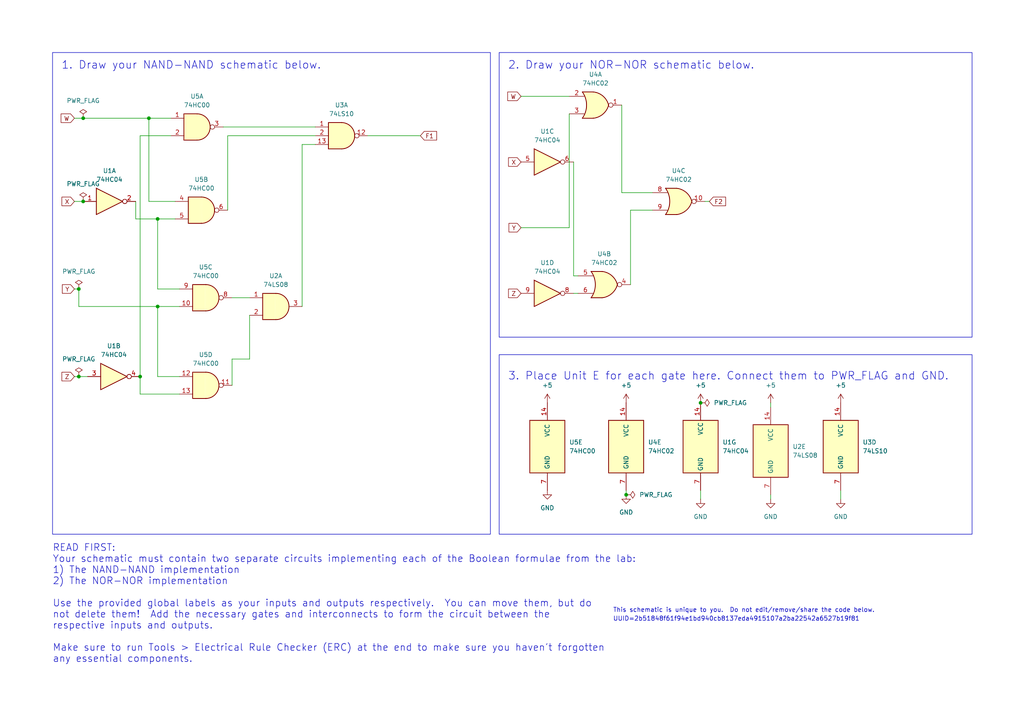
<source format=kicad_sch>
(kicad_sch (version 20250114) (generator "eeschema") (generator_version "9.0")
  (paper "A4")
  (title_block (title "ECE 270 Boolean Algebra Lab Schematic") (date "2024-01-20") (rev "Version 1"))
  (lib_symbols
    (symbol "74xx:74HC00" (pin_names (offset 1.016))
      (property "Reference" "U" (at 0 1.27 0))
      (property "Value" "74HC00" (at 0 -1.27 0))
      (symbol "74HC00_1_1"
        (arc (start 0 3.81) (mid 3.7934 0) (end 0 -3.81) (stroke (width 0.254)) (fill (type background)))
        (polyline (pts (xy 0 3.81) (xy -3.81 3.81) (xy -3.81 -3.81) (xy 0 -3.81)) (stroke (width 0.254)) (fill (type background)))
        (pin input line (at -7.62 2.54 0) (length 3.81) (name "~") (number "1"))
        (pin input line (at -7.62 -2.54 0) (length 3.81) (name "~") (number "2"))
        (pin output inverted (at 7.62 0 180) (length 3.81) (name "~") (number "3"))
      )
      (symbol "74HC00_1_2"
        (arc (start -3.81 3.81) (mid -2.589 0) (end -3.81 -3.81) (stroke (width 0.254)))
        (polyline (pts (xy -3.81 3.81) (xy -0.635 3.81)) (stroke (width 0.254)) (fill (type background)))
        (polyline (pts (xy -3.81 -3.81) (xy -0.635 -3.81)) (stroke (width 0.254)) (fill (type background)))
        (arc (start 3.81 0) (mid 2.1855 -2.584) (end -0.6096 -3.81) (stroke (width 0.254)) (fill (type background)))
        (arc (start -0.6096 3.81) (mid 2.1928 2.5924) (end 3.81 0) (stroke (width 0.254)) (fill (type background)))
        (polyline (pts (xy -0.635 3.81) (xy -3.81 3.81) (xy -3.81 3.81) (xy -3.556 3.4036) (xy -3.0226 2.2606) (xy -2.6924 1.0414) (xy -2.6162 -0.254) (xy -2.7686 -1.4986) (xy -3.175 -2.7178) (xy -3.81 -3.81) (xy -3.81 -3.81) (xy -0.635 -3.81)) (stroke (width -25.4)) (fill (type background)))
        (pin input inverted (at -7.62 2.54 0) (length 4.318) (name "~") (number "1"))
        (pin input inverted (at -7.62 -2.54 0) (length 4.318) (name "~") (number "2"))
        (pin output line (at 7.62 0 180) (length 3.81) (name "~") (number "3"))
      )
      (symbol "74HC00_2_1"
        (arc (start 0 3.81) (mid 3.7934 0) (end 0 -3.81) (stroke (width 0.254)) (fill (type background)))
        (polyline (pts (xy 0 3.81) (xy -3.81 3.81) (xy -3.81 -3.81) (xy 0 -3.81)) (stroke (width 0.254)) (fill (type background)))
        (pin input line (at -7.62 2.54 0) (length 3.81) (name "~") (number "4"))
        (pin input line (at -7.62 -2.54 0) (length 3.81) (name "~") (number "5"))
        (pin output inverted (at 7.62 0 180) (length 3.81) (name "~") (number "6"))
      )
      (symbol "74HC00_2_2"
        (arc (start -3.81 3.81) (mid -2.589 0) (end -3.81 -3.81) (stroke (width 0.254)))
        (polyline (pts (xy -3.81 3.81) (xy -0.635 3.81)) (stroke (width 0.254)) (fill (type background)))
        (polyline (pts (xy -3.81 -3.81) (xy -0.635 -3.81)) (stroke (width 0.254)) (fill (type background)))
        (arc (start 3.81 0) (mid 2.1855 -2.584) (end -0.6096 -3.81) (stroke (width 0.254)) (fill (type background)))
        (arc (start -0.6096 3.81) (mid 2.1928 2.5924) (end 3.81 0) (stroke (width 0.254)) (fill (type background)))
        (polyline (pts (xy -0.635 3.81) (xy -3.81 3.81) (xy -3.81 3.81) (xy -3.556 3.4036) (xy -3.0226 2.2606) (xy -2.6924 1.0414) (xy -2.6162 -0.254) (xy -2.7686 -1.4986) (xy -3.175 -2.7178) (xy -3.81 -3.81) (xy -3.81 -3.81) (xy -0.635 -3.81)) (stroke (width -25.4)) (fill (type background)))
        (pin input inverted (at -7.62 2.54 0) (length 4.318) (name "~") (number "4"))
        (pin input inverted (at -7.62 -2.54 0) (length 4.318) (name "~") (number "5"))
        (pin output line (at 7.62 0 180) (length 3.81) (name "~") (number "6"))
      )
      (symbol "74HC00_3_1"
        (arc (start 0 3.81) (mid 3.7934 0) (end 0 -3.81) (stroke (width 0.254)) (fill (type background)))
        (polyline (pts (xy 0 3.81) (xy -3.81 3.81) (xy -3.81 -3.81) (xy 0 -3.81)) (stroke (width 0.254)) (fill (type background)))
        (pin input line (at -7.62 2.54 0) (length 3.81) (name "~") (number "9"))
        (pin input line (at -7.62 -2.54 0) (length 3.81) (name "~") (number "10"))
        (pin output inverted (at 7.62 0 180) (length 3.81) (name "~") (number "8"))
      )
      (symbol "74HC00_3_2"
        (arc (start -3.81 3.81) (mid -2.589 0) (end -3.81 -3.81) (stroke (width 0.254)))
        (polyline (pts (xy -3.81 3.81) (xy -0.635 3.81)) (stroke (width 0.254)) (fill (type background)))
        (polyline (pts (xy -3.81 -3.81) (xy -0.635 -3.81)) (stroke (width 0.254)) (fill (type background)))
        (arc (start 3.81 0) (mid 2.1855 -2.584) (end -0.6096 -3.81) (stroke (width 0.254)) (fill (type background)))
        (arc (start -0.6096 3.81) (mid 2.1928 2.5924) (end 3.81 0) (stroke (width 0.254)) (fill (type background)))
        (polyline (pts (xy -0.635 3.81) (xy -3.81 3.81) (xy -3.81 3.81) (xy -3.556 3.4036) (xy -3.0226 2.2606) (xy -2.6924 1.0414) (xy -2.6162 -0.254) (xy -2.7686 -1.4986) (xy -3.175 -2.7178) (xy -3.81 -3.81) (xy -3.81 -3.81) (xy -0.635 -3.81)) (stroke (width -25.4)) (fill (type background)))
        (pin input inverted (at -7.62 2.54 0) (length 4.318) (name "~") (number "9"))
        (pin input inverted (at -7.62 -2.54 0) (length 4.318) (name "~") (number "10"))
        (pin output line (at 7.62 0 180) (length 3.81) (name "~") (number "8"))
      )
      (symbol "74HC00_4_1"
        (arc (start 0 3.81) (mid 3.7934 0) (end 0 -3.81) (stroke (width 0.254)) (fill (type background)))
        (polyline (pts (xy 0 3.81) (xy -3.81 3.81) (xy -3.81 -3.81) (xy 0 -3.81)) (stroke (width 0.254)) (fill (type background)))
        (pin input line (at -7.62 2.54 0) (length 3.81) (name "~") (number "12"))
        (pin input line (at -7.62 -2.54 0) (length 3.81) (name "~") (number "13"))
        (pin output inverted (at 7.62 0 180) (length 3.81) (name "~") (number "11"))
      )
      (symbol "74HC00_4_2"
        (arc (start -3.81 3.81) (mid -2.589 0) (end -3.81 -3.81) (stroke (width 0.254)))
        (polyline (pts (xy -3.81 3.81) (xy -0.635 3.81)) (stroke (width 0.254)) (fill (type background)))
        (polyline (pts (xy -3.81 -3.81) (xy -0.635 -3.81)) (stroke (width 0.254)) (fill (type background)))
        (arc (start 3.81 0) (mid 2.1855 -2.584) (end -0.6096 -3.81) (stroke (width 0.254)) (fill (type background)))
        (arc (start -0.6096 3.81) (mid 2.1928 2.5924) (end 3.81 0) (stroke (width 0.254)) (fill (type background)))
        (polyline (pts (xy -0.635 3.81) (xy -3.81 3.81) (xy -3.81 3.81) (xy -3.556 3.4036) (xy -3.0226 2.2606) (xy -2.6924 1.0414) (xy -2.6162 -0.254) (xy -2.7686 -1.4986) (xy -3.175 -2.7178) (xy -3.81 -3.81) (xy -3.81 -3.81) (xy -0.635 -3.81)) (stroke (width -25.4)) (fill (type background)))
        (pin input inverted (at -7.62 2.54 0) (length 4.318) (name "~") (number "12"))
        (pin input inverted (at -7.62 -2.54 0) (length 4.318) (name "~") (number "13"))
        (pin output line (at 7.62 0 180) (length 3.81) (name "~") (number "11"))
      )
      (symbol "74HC00_5_0"
        (pin power_in line (at 0 12.7 270) (length 5.08) (name "VCC") (number "14"))
        (pin power_in line (at 0 -12.7 90) (length 5.08) (name "GND") (number "7"))
      )
      (symbol "74HC00_5_1"
        (rectangle (start -5.08 7.62) (end 5.08 -7.62) (stroke (width 0.254)) (fill (type background)))
      )
    )
    (symbol "74xx:74HC02" (pin_names (offset 1.016))
      (property "Reference" "U" (at 0 1.27 0))
      (property "Value" "74HC02" (at 0 -1.27 0))
      (symbol "74HC02_1_1"
        (arc (start -3.81 3.81) (mid -2.589 0) (end -3.81 -3.81) (stroke (width 0.254)))
        (polyline (pts (xy -3.81 3.81) (xy -0.635 3.81)) (stroke (width 0.254)) (fill (type background)))
        (polyline (pts (xy -3.81 -3.81) (xy -0.635 -3.81)) (stroke (width 0.254)) (fill (type background)))
        (arc (start 3.81 0) (mid 2.1855 -2.584) (end -0.6096 -3.81) (stroke (width 0.254)) (fill (type background)))
        (arc (start -0.6096 3.81) (mid 2.1928 2.5924) (end 3.81 0) (stroke (width 0.254)) (fill (type background)))
        (polyline (pts (xy -0.635 3.81) (xy -3.81 3.81) (xy -3.81 3.81) (xy -3.556 3.4036) (xy -3.0226 2.2606) (xy -2.6924 1.0414) (xy -2.6162 -0.254) (xy -2.7686 -1.4986) (xy -3.175 -2.7178) (xy -3.81 -3.81) (xy -3.81 -3.81) (xy -0.635 -3.81)) (stroke (width -25.4)) (fill (type background)))
        (pin input line (at -7.62 2.54 0) (length 4.318) (name "~") (number "2"))
        (pin input line (at -7.62 -2.54 0) (length 4.318) (name "~") (number "3"))
        (pin output inverted (at 7.62 0 180) (length 3.81) (name "~") (number "1"))
      )
      (symbol "74HC02_1_2"
        (arc (start 0 3.81) (mid 3.7934 0) (end 0 -3.81) (stroke (width 0.254)) (fill (type background)))
        (polyline (pts (xy 0 3.81) (xy -3.81 3.81) (xy -3.81 -3.81) (xy 0 -3.81)) (stroke (width 0.254)) (fill (type background)))
        (pin input inverted (at -7.62 2.54 0) (length 3.81) (name "~") (number "2"))
        (pin input inverted (at -7.62 -2.54 0) (length 3.81) (name "~") (number "3"))
        (pin output line (at 7.62 0 180) (length 3.81) (name "~") (number "1"))
      )
      (symbol "74HC02_2_1"
        (arc (start -3.81 3.81) (mid -2.589 0) (end -3.81 -3.81) (stroke (width 0.254)))
        (polyline (pts (xy -3.81 3.81) (xy -0.635 3.81)) (stroke (width 0.254)) (fill (type background)))
        (polyline (pts (xy -3.81 -3.81) (xy -0.635 -3.81)) (stroke (width 0.254)) (fill (type background)))
        (arc (start 3.81 0) (mid 2.1855 -2.584) (end -0.6096 -3.81) (stroke (width 0.254)) (fill (type background)))
        (arc (start -0.6096 3.81) (mid 2.1928 2.5924) (end 3.81 0) (stroke (width 0.254)) (fill (type background)))
        (polyline (pts (xy -0.635 3.81) (xy -3.81 3.81) (xy -3.81 3.81) (xy -3.556 3.4036) (xy -3.0226 2.2606) (xy -2.6924 1.0414) (xy -2.6162 -0.254) (xy -2.7686 -1.4986) (xy -3.175 -2.7178) (xy -3.81 -3.81) (xy -3.81 -3.81) (xy -0.635 -3.81)) (stroke (width -25.4)) (fill (type background)))
        (pin input line (at -7.62 2.54 0) (length 4.318) (name "~") (number "5"))
        (pin input line (at -7.62 -2.54 0) (length 4.318) (name "~") (number "6"))
        (pin output inverted (at 7.62 0 180) (length 3.81) (name "~") (number "4"))
      )
      (symbol "74HC02_2_2"
        (arc (start 0 3.81) (mid 3.7934 0) (end 0 -3.81) (stroke (width 0.254)) (fill (type background)))
        (polyline (pts (xy 0 3.81) (xy -3.81 3.81) (xy -3.81 -3.81) (xy 0 -3.81)) (stroke (width 0.254)) (fill (type background)))
        (pin input inverted (at -7.62 2.54 0) (length 3.81) (name "~") (number "5"))
        (pin input inverted (at -7.62 -2.54 0) (length 3.81) (name "~") (number "6"))
        (pin output line (at 7.62 0 180) (length 3.81) (name "~") (number "4"))
      )
      (symbol "74HC02_3_1"
        (arc (start -3.81 3.81) (mid -2.589 0) (end -3.81 -3.81) (stroke (width 0.254)))
        (polyline (pts (xy -3.81 3.81) (xy -0.635 3.81)) (stroke (width 0.254)) (fill (type background)))
        (polyline (pts (xy -3.81 -3.81) (xy -0.635 -3.81)) (stroke (width 0.254)) (fill (type background)))
        (arc (start 3.81 0) (mid 2.1855 -2.584) (end -0.6096 -3.81) (stroke (width 0.254)) (fill (type background)))
        (arc (start -0.6096 3.81) (mid 2.1928 2.5924) (end 3.81 0) (stroke (width 0.254)) (fill (type background)))
        (polyline (pts (xy -0.635 3.81) (xy -3.81 3.81) (xy -3.81 3.81) (xy -3.556 3.4036) (xy -3.0226 2.2606) (xy -2.6924 1.0414) (xy -2.6162 -0.254) (xy -2.7686 -1.4986) (xy -3.175 -2.7178) (xy -3.81 -3.81) (xy -3.81 -3.81) (xy -0.635 -3.81)) (stroke (width -25.4)) (fill (type background)))
        (pin input line (at -7.62 2.54 0) (length 4.318) (name "~") (number "8"))
        (pin input line (at -7.62 -2.54 0) (length 4.318) (name "~") (number "9"))
        (pin output inverted (at 7.62 0 180) (length 3.81) (name "~") (number "10"))
      )
      (symbol "74HC02_3_2"
        (arc (start 0 3.81) (mid 3.7934 0) (end 0 -3.81) (stroke (width 0.254)) (fill (type background)))
        (polyline (pts (xy 0 3.81) (xy -3.81 3.81) (xy -3.81 -3.81) (xy 0 -3.81)) (stroke (width 0.254)) (fill (type background)))
        (pin input inverted (at -7.62 2.54 0) (length 3.81) (name "~") (number "8"))
        (pin input inverted (at -7.62 -2.54 0) (length 3.81) (name "~") (number "9"))
        (pin output line (at 7.62 0 180) (length 3.81) (name "~") (number "10"))
      )
      (symbol "74HC02_4_1"
        (arc (start -3.81 3.81) (mid -2.589 0) (end -3.81 -3.81) (stroke (width 0.254)))
        (polyline (pts (xy -3.81 3.81) (xy -0.635 3.81)) (stroke (width 0.254)) (fill (type background)))
        (polyline (pts (xy -3.81 -3.81) (xy -0.635 -3.81)) (stroke (width 0.254)) (fill (type background)))
        (arc (start 3.81 0) (mid 2.1855 -2.584) (end -0.6096 -3.81) (stroke (width 0.254)) (fill (type background)))
        (arc (start -0.6096 3.81) (mid 2.1928 2.5924) (end 3.81 0) (stroke (width 0.254)) (fill (type background)))
        (polyline (pts (xy -0.635 3.81) (xy -3.81 3.81) (xy -3.81 3.81) (xy -3.556 3.4036) (xy -3.0226 2.2606) (xy -2.6924 1.0414) (xy -2.6162 -0.254) (xy -2.7686 -1.4986) (xy -3.175 -2.7178) (xy -3.81 -3.81) (xy -3.81 -3.81) (xy -0.635 -3.81)) (stroke (width -25.4)) (fill (type background)))
        (pin input line (at -7.62 2.54 0) (length 4.318) (name "~") (number "11"))
        (pin input line (at -7.62 -2.54 0) (length 4.318) (name "~") (number "12"))
        (pin output inverted (at 7.62 0 180) (length 3.81) (name "~") (number "13"))
      )
      (symbol "74HC02_4_2"
        (arc (start 0 3.81) (mid 3.7934 0) (end 0 -3.81) (stroke (width 0.254)) (fill (type background)))
        (polyline (pts (xy 0 3.81) (xy -3.81 3.81) (xy -3.81 -3.81) (xy 0 -3.81)) (stroke (width 0.254)) (fill (type background)))
        (pin input inverted (at -7.62 2.54 0) (length 3.81) (name "~") (number "11"))
        (pin input inverted (at -7.62 -2.54 0) (length 3.81) (name "~") (number "12"))
        (pin output line (at 7.62 0 180) (length 3.81) (name "~") (number "13"))
      )
      (symbol "74HC02_5_0"
        (pin power_in line (at 0 12.7 270) (length 5.08) (name "VCC") (number "14"))
        (pin power_in line (at 0 -12.7 90) (length 5.08) (name "GND") (number "7"))
      )
      (symbol "74HC02_5_1"
        (rectangle (start -5.08 7.62) (end 5.08 -7.62) (stroke (width 0.254)) (fill (type background)))
      )
    )
    (symbol "74xx:74HC04"
      (property "Reference" "U" (at 0 1.27 0))
      (property "Value" "74HC04" (at 0 -1.27 0))
      (symbol "74HC04_1_0"
        (polyline (pts (xy -3.81 3.81) (xy -3.81 -3.81) (xy 3.81 0) (xy -3.81 3.81)) (stroke (width 0.254)) (fill (type background)))
        (pin input line (at -7.62 0 0) (length 3.81) (name "~") (number "1"))
        (pin output inverted (at 7.62 0 180) (length 3.81) (name "~") (number "2"))
      )
      (symbol "74HC04_2_0"
        (polyline (pts (xy -3.81 3.81) (xy -3.81 -3.81) (xy 3.81 0) (xy -3.81 3.81)) (stroke (width 0.254)) (fill (type background)))
        (pin input line (at -7.62 0 0) (length 3.81) (name "~") (number "3"))
        (pin output inverted (at 7.62 0 180) (length 3.81) (name "~") (number "4"))
      )
      (symbol "74HC04_3_0"
        (polyline (pts (xy -3.81 3.81) (xy -3.81 -3.81) (xy 3.81 0) (xy -3.81 3.81)) (stroke (width 0.254)) (fill (type background)))
        (pin input line (at -7.62 0 0) (length 3.81) (name "~") (number "5"))
        (pin output inverted (at 7.62 0 180) (length 3.81) (name "~") (number "6"))
      )
      (symbol "74HC04_4_0"
        (polyline (pts (xy -3.81 3.81) (xy -3.81 -3.81) (xy 3.81 0) (xy -3.81 3.81)) (stroke (width 0.254)) (fill (type background)))
        (pin input line (at -7.62 0 0) (length 3.81) (name "~") (number "9"))
        (pin output inverted (at 7.62 0 180) (length 3.81) (name "~") (number "8"))
      )
      (symbol "74HC04_5_0"
        (polyline (pts (xy -3.81 3.81) (xy -3.81 -3.81) (xy 3.81 0) (xy -3.81 3.81)) (stroke (width 0.254)) (fill (type background)))
        (pin input line (at -7.62 0 0) (length 3.81) (name "~") (number "11"))
        (pin output inverted (at 7.62 0 180) (length 3.81) (name "~") (number "10"))
      )
      (symbol "74HC04_6_0"
        (polyline (pts (xy -3.81 3.81) (xy -3.81 -3.81) (xy 3.81 0) (xy -3.81 3.81)) (stroke (width 0.254)) (fill (type background)))
        (pin input line (at -7.62 0 0) (length 3.81) (name "~") (number "13"))
        (pin output inverted (at 7.62 0 180) (length 3.81) (name "~") (number "12"))
      )
      (symbol "74HC04_7_0"
        (pin power_in line (at 0 12.7 270) (length 5.08) (name "VCC") (number "14"))
        (pin power_in line (at 0 -12.7 90) (length 5.08) (name "GND") (number "7"))
      )
      (symbol "74HC04_7_1"
        (rectangle (start -5.08 7.62) (end 5.08 -7.62) (stroke (width 0.254)) (fill (type background)))
      )
    )
    (symbol "74xx:74LS08" (pin_names (offset 1.016))
      (property "Reference" "U" (at 0 1.27 0))
      (property "Value" "74LS08" (at 0 -1.27 0))
      (symbol "74LS08_1_1"
        (arc (start 0 3.81) (mid 3.7934 0) (end 0 -3.81) (stroke (width 0.254)) (fill (type background)))
        (polyline (pts (xy 0 3.81) (xy -3.81 3.81) (xy -3.81 -3.81) (xy 0 -3.81)) (stroke (width 0.254)) (fill (type background)))
        (pin input line (at -7.62 2.54 0) (length 3.81) (name "~") (number "1"))
        (pin input line (at -7.62 -2.54 0) (length 3.81) (name "~") (number "2"))
        (pin output line (at 7.62 0 180) (length 3.81) (name "~") (number "3"))
      )
      (symbol "74LS08_1_2"
        (arc (start -3.81 3.81) (mid -2.589 0) (end -3.81 -3.81) (stroke (width 0.254)))
        (polyline (pts (xy -3.81 3.81) (xy -0.635 3.81)) (stroke (width 0.254)) (fill (type background)))
        (polyline (pts (xy -3.81 -3.81) (xy -0.635 -3.81)) (stroke (width 0.254)) (fill (type background)))
        (arc (start 3.81 0) (mid 2.1855 -2.584) (end -0.6096 -3.81) (stroke (width 0.254)) (fill (type background)))
        (arc (start -0.6096 3.81) (mid 2.1928 2.5924) (end 3.81 0) (stroke (width 0.254)) (fill (type background)))
        (polyline (pts (xy -0.635 3.81) (xy -3.81 3.81) (xy -3.81 3.81) (xy -3.556 3.4036) (xy -3.0226 2.2606) (xy -2.6924 1.0414) (xy -2.6162 -0.254) (xy -2.7686 -1.4986) (xy -3.175 -2.7178) (xy -3.81 -3.81) (xy -3.81 -3.81) (xy -0.635 -3.81)) (stroke (width -25.4)) (fill (type background)))
        (pin input inverted (at -7.62 2.54 0) (length 4.318) (name "~") (number "1"))
        (pin input inverted (at -7.62 -2.54 0) (length 4.318) (name "~") (number "2"))
        (pin output inverted (at 7.62 0 180) (length 3.81) (name "~") (number "3"))
      )
      (symbol "74LS08_2_1"
        (arc (start 0 3.81) (mid 3.7934 0) (end 0 -3.81) (stroke (width 0.254)) (fill (type background)))
        (polyline (pts (xy 0 3.81) (xy -3.81 3.81) (xy -3.81 -3.81) (xy 0 -3.81)) (stroke (width 0.254)) (fill (type background)))
        (pin input line (at -7.62 2.54 0) (length 3.81) (name "~") (number "4"))
        (pin input line (at -7.62 -2.54 0) (length 3.81) (name "~") (number "5"))
        (pin output line (at 7.62 0 180) (length 3.81) (name "~") (number "6"))
      )
      (symbol "74LS08_2_2"
        (arc (start -3.81 3.81) (mid -2.589 0) (end -3.81 -3.81) (stroke (width 0.254)))
        (polyline (pts (xy -3.81 3.81) (xy -0.635 3.81)) (stroke (width 0.254)) (fill (type background)))
        (polyline (pts (xy -3.81 -3.81) (xy -0.635 -3.81)) (stroke (width 0.254)) (fill (type background)))
        (arc (start 3.81 0) (mid 2.1855 -2.584) (end -0.6096 -3.81) (stroke (width 0.254)) (fill (type background)))
        (arc (start -0.6096 3.81) (mid 2.1928 2.5924) (end 3.81 0) (stroke (width 0.254)) (fill (type background)))
        (polyline (pts (xy -0.635 3.81) (xy -3.81 3.81) (xy -3.81 3.81) (xy -3.556 3.4036) (xy -3.0226 2.2606) (xy -2.6924 1.0414) (xy -2.6162 -0.254) (xy -2.7686 -1.4986) (xy -3.175 -2.7178) (xy -3.81 -3.81) (xy -3.81 -3.81) (xy -0.635 -3.81)) (stroke (width -25.4)) (fill (type background)))
        (pin input inverted (at -7.62 2.54 0) (length 4.318) (name "~") (number "4"))
        (pin input inverted (at -7.62 -2.54 0) (length 4.318) (name "~") (number "5"))
        (pin output inverted (at 7.62 0 180) (length 3.81) (name "~") (number "6"))
      )
      (symbol "74LS08_3_1"
        (arc (start 0 3.81) (mid 3.7934 0) (end 0 -3.81) (stroke (width 0.254)) (fill (type background)))
        (polyline (pts (xy 0 3.81) (xy -3.81 3.81) (xy -3.81 -3.81) (xy 0 -3.81)) (stroke (width 0.254)) (fill (type background)))
        (pin input line (at -7.62 2.54 0) (length 3.81) (name "~") (number "9"))
        (pin input line (at -7.62 -2.54 0) (length 3.81) (name "~") (number "10"))
        (pin output line (at 7.62 0 180) (length 3.81) (name "~") (number "8"))
      )
      (symbol "74LS08_3_2"
        (arc (start -3.81 3.81) (mid -2.589 0) (end -3.81 -3.81) (stroke (width 0.254)))
        (polyline (pts (xy -3.81 3.81) (xy -0.635 3.81)) (stroke (width 0.254)) (fill (type background)))
        (polyline (pts (xy -3.81 -3.81) (xy -0.635 -3.81)) (stroke (width 0.254)) (fill (type background)))
        (arc (start 3.81 0) (mid 2.1855 -2.584) (end -0.6096 -3.81) (stroke (width 0.254)) (fill (type background)))
        (arc (start -0.6096 3.81) (mid 2.1928 2.5924) (end 3.81 0) (stroke (width 0.254)) (fill (type background)))
        (polyline (pts (xy -0.635 3.81) (xy -3.81 3.81) (xy -3.81 3.81) (xy -3.556 3.4036) (xy -3.0226 2.2606) (xy -2.6924 1.0414) (xy -2.6162 -0.254) (xy -2.7686 -1.4986) (xy -3.175 -2.7178) (xy -3.81 -3.81) (xy -3.81 -3.81) (xy -0.635 -3.81)) (stroke (width -25.4)) (fill (type background)))
        (pin input inverted (at -7.62 2.54 0) (length 4.318) (name "~") (number "9"))
        (pin input inverted (at -7.62 -2.54 0) (length 4.318) (name "~") (number "10"))
        (pin output inverted (at 7.62 0 180) (length 3.81) (name "~") (number "8"))
      )
      (symbol "74LS08_4_1"
        (arc (start 0 3.81) (mid 3.7934 0) (end 0 -3.81) (stroke (width 0.254)) (fill (type background)))
        (polyline (pts (xy 0 3.81) (xy -3.81 3.81) (xy -3.81 -3.81) (xy 0 -3.81)) (stroke (width 0.254)) (fill (type background)))
        (pin input line (at -7.62 2.54 0) (length 3.81) (name "~") (number "12"))
        (pin input line (at -7.62 -2.54 0) (length 3.81) (name "~") (number "13"))
        (pin output line (at 7.62 0 180) (length 3.81) (name "~") (number "11"))
      )
      (symbol "74LS08_4_2"
        (arc (start -3.81 3.81) (mid -2.589 0) (end -3.81 -3.81) (stroke (width 0.254)))
        (polyline (pts (xy -3.81 3.81) (xy -0.635 3.81)) (stroke (width 0.254)) (fill (type background)))
        (polyline (pts (xy -3.81 -3.81) (xy -0.635 -3.81)) (stroke (width 0.254)) (fill (type background)))
        (arc (start 3.81 0) (mid 2.1855 -2.584) (end -0.6096 -3.81) (stroke (width 0.254)) (fill (type background)))
        (arc (start -0.6096 3.81) (mid 2.1928 2.5924) (end 3.81 0) (stroke (width 0.254)) (fill (type background)))
        (polyline (pts (xy -0.635 3.81) (xy -3.81 3.81) (xy -3.81 3.81) (xy -3.556 3.4036) (xy -3.0226 2.2606) (xy -2.6924 1.0414) (xy -2.6162 -0.254) (xy -2.7686 -1.4986) (xy -3.175 -2.7178) (xy -3.81 -3.81) (xy -3.81 -3.81) (xy -0.635 -3.81)) (stroke (width -25.4)) (fill (type background)))
        (pin input inverted (at -7.62 2.54 0) (length 4.318) (name "~") (number "12"))
        (pin input inverted (at -7.62 -2.54 0) (length 4.318) (name "~") (number "13"))
        (pin output inverted (at 7.62 0 180) (length 3.81) (name "~") (number "11"))
      )
      (symbol "74LS08_5_0"
        (pin power_in line (at 0 12.7 270) (length 5.08) (name "VCC") (number "14"))
        (pin power_in line (at 0 -12.7 90) (length 5.08) (name "GND") (number "7"))
      )
      (symbol "74LS08_5_1"
        (rectangle (start -5.08 7.62) (end 5.08 -7.62) (stroke (width 0.254)) (fill (type background)))
      )
    )
    (symbol "74xx:74LS10" (pin_names (offset 1.016))
      (property "Reference" "U" (at 0 1.27 0))
      (property "Value" "74LS10" (at 0 -1.27 0))
      (symbol "74LS10_1_1"
        (arc (start 0 3.81) (mid 3.7934 0) (end 0 -3.81) (stroke (width 0.254)) (fill (type background)))
        (polyline (pts (xy 0 3.81) (xy -3.81 3.81) (xy -3.81 -3.81) (xy 0 -3.81)) (stroke (width 0.254)) (fill (type background)))
        (pin input line (at -7.62 2.54 0) (length 3.81) (name "~") (number "1"))
        (pin input line (at -7.62 0 0) (length 3.81) (name "~") (number "2"))
        (pin input line (at -7.62 -2.54 0) (length 3.81) (name "~") (number "13"))
        (pin output inverted (at 7.62 0 180) (length 3.81) (name "~") (number "12"))
      )
      (symbol "74LS10_1_2"
        (arc (start -3.81 3.81) (mid -2.589 0) (end -3.81 -3.81) (stroke (width 0.254)))
        (polyline (pts (xy -3.81 3.81) (xy -0.635 3.81)) (stroke (width 0.254)) (fill (type background)))
        (polyline (pts (xy -3.81 -3.81) (xy -0.635 -3.81)) (stroke (width 0.254)) (fill (type background)))
        (arc (start 3.81 0) (mid 2.1855 -2.584) (end -0.6096 -3.81) (stroke (width 0.254)) (fill (type background)))
        (arc (start -0.6096 3.81) (mid 2.1928 2.5924) (end 3.81 0) (stroke (width 0.254)) (fill (type background)))
        (polyline (pts (xy -0.635 3.81) (xy -3.81 3.81) (xy -3.81 3.81) (xy -3.556 3.4036) (xy -3.0226 2.2606) (xy -2.6924 1.0414) (xy -2.6162 -0.254) (xy -2.7686 -1.4986) (xy -3.175 -2.7178) (xy -3.81 -3.81) (xy -3.81 -3.81) (xy -0.635 -3.81)) (stroke (width -25.4)) (fill (type background)))
        (pin input inverted (at -7.62 2.54 0) (length 4.318) (name "~") (number "1"))
        (pin input inverted (at -7.62 0 0) (length 4.953) (name "~") (number "2"))
        (pin input inverted (at -7.62 -2.54 0) (length 4.318) (name "~") (number "13"))
        (pin output line (at 7.62 0 180) (length 3.81) (name "~") (number "12"))
      )
      (symbol "74LS10_2_1"
        (arc (start 0 3.81) (mid 3.7934 0) (end 0 -3.81) (stroke (width 0.254)) (fill (type background)))
        (polyline (pts (xy 0 3.81) (xy -3.81 3.81) (xy -3.81 -3.81) (xy 0 -3.81)) (stroke (width 0.254)) (fill (type background)))
        (pin input line (at -7.62 2.54 0) (length 3.81) (name "~") (number "3"))
        (pin input line (at -7.62 0 0) (length 3.81) (name "~") (number "4"))
        (pin input line (at -7.62 -2.54 0) (length 3.81) (name "~") (number "5"))
        (pin output inverted (at 7.62 0 180) (length 3.81) (name "~") (number "6"))
      )
      (symbol "74LS10_2_2"
        (arc (start -3.81 3.81) (mid -2.589 0) (end -3.81 -3.81) (stroke (width 0.254)))
        (polyline (pts (xy -3.81 3.81) (xy -0.635 3.81)) (stroke (width 0.254)) (fill (type background)))
        (polyline (pts (xy -3.81 -3.81) (xy -0.635 -3.81)) (stroke (width 0.254)) (fill (type background)))
        (arc (start 3.81 0) (mid 2.1855 -2.584) (end -0.6096 -3.81) (stroke (width 0.254)) (fill (type background)))
        (arc (start -0.6096 3.81) (mid 2.1928 2.5924) (end 3.81 0) (stroke (width 0.254)) (fill (type background)))
        (polyline (pts (xy -0.635 3.81) (xy -3.81 3.81) (xy -3.81 3.81) (xy -3.556 3.4036) (xy -3.0226 2.2606) (xy -2.6924 1.0414) (xy -2.6162 -0.254) (xy -2.7686 -1.4986) (xy -3.175 -2.7178) (xy -3.81 -3.81) (xy -3.81 -3.81) (xy -0.635 -3.81)) (stroke (width -25.4)) (fill (type background)))
        (pin input inverted (at -7.62 2.54 0) (length 4.318) (name "~") (number "3"))
        (pin input inverted (at -7.62 0 0) (length 4.953) (name "~") (number "4"))
        (pin input inverted (at -7.62 -2.54 0) (length 4.318) (name "~") (number "5"))
        (pin output line (at 7.62 0 180) (length 3.81) (name "~") (number "6"))
      )
      (symbol "74LS10_3_1"
        (arc (start 0 3.81) (mid 3.7934 0) (end 0 -3.81) (stroke (width 0.254)) (fill (type background)))
        (polyline (pts (xy 0 3.81) (xy -3.81 3.81) (xy -3.81 -3.81) (xy 0 -3.81)) (stroke (width 0.254)) (fill (type background)))
        (pin input line (at -7.62 2.54 0) (length 3.81) (name "~") (number "9"))
        (pin input line (at -7.62 0 0) (length 3.81) (name "~") (number "10"))
        (pin input line (at -7.62 -2.54 0) (length 3.81) (name "~") (number "11"))
        (pin output inverted (at 7.62 0 180) (length 3.81) (name "~") (number "8"))
      )
      (symbol "74LS10_3_2"
        (arc (start -3.81 3.81) (mid -2.589 0) (end -3.81 -3.81) (stroke (width 0.254)))
        (polyline (pts (xy -3.81 3.81) (xy -0.635 3.81)) (stroke (width 0.254)) (fill (type background)))
        (polyline (pts (xy -3.81 -3.81) (xy -0.635 -3.81)) (stroke (width 0.254)) (fill (type background)))
        (arc (start 3.81 0) (mid 2.1855 -2.584) (end -0.6096 -3.81) (stroke (width 0.254)) (fill (type background)))
        (arc (start -0.6096 3.81) (mid 2.1928 2.5924) (end 3.81 0) (stroke (width 0.254)) (fill (type background)))
        (polyline (pts (xy -0.635 3.81) (xy -3.81 3.81) (xy -3.81 3.81) (xy -3.556 3.4036) (xy -3.0226 2.2606) (xy -2.6924 1.0414) (xy -2.6162 -0.254) (xy -2.7686 -1.4986) (xy -3.175 -2.7178) (xy -3.81 -3.81) (xy -3.81 -3.81) (xy -0.635 -3.81)) (stroke (width -25.4)) (fill (type background)))
        (pin input inverted (at -7.62 2.54 0) (length 4.318) (name "~") (number "9"))
        (pin input inverted (at -7.62 0 0) (length 4.953) (name "~") (number "10"))
        (pin input inverted (at -7.62 -2.54 0) (length 4.318) (name "~") (number "11"))
        (pin output line (at 7.62 0 180) (length 3.81) (name "~") (number "8"))
      )
      (symbol "74LS10_4_0"
        (pin power_in line (at 0 12.7 270) (length 5.08) (name "VCC") (number "14"))
        (pin power_in line (at 0 -12.7 90) (length 5.08) (name "GND") (number "7"))
      )
      (symbol "74LS10_4_1"
        (rectangle (start -5.08 7.62) (end 5.08 -7.62) (stroke (width 0.254)) (fill (type background)))
      )
    )
    (symbol "power:GND" (power) (pin_numbers (hide yes)) (pin_names (offset 0) (hide yes))
      (property "Value" "GND" (at 0 -3.81 0))
      (symbol "GND_0_1"
        (polyline (pts (xy 0 0) (xy 0 -1.27) (xy 1.27 -1.27) (xy 0 -2.54) (xy -1.27 -1.27) (xy 0 -1.27)))
      )
      (symbol "GND_1_1"
        (pin power_in line (at 0 0 270) (length 0) (name "~") (number "1"))
      )
    )
    (symbol "power:PWR_FLAG" (power) (pin_numbers (hide yes)) (pin_names (offset 0) (hide yes))
      (property "Value" "PWR_FLAG" (at 0 3.81 0))
      (symbol "PWR_FLAG_0_0"
        (pin power_out line (at 0 0 90) (length 0) (name "~") (number "1"))
      )
      (symbol "PWR_FLAG_0_1"
        (polyline (pts (xy 0 0) (xy 0 1.27) (xy -1.016 1.905) (xy 0 2.54) (xy 1.016 1.905) (xy 0 1.27)))
      )
    )
    (symbol "power:VCC" (power) (pin_numbers (hide yes)) (pin_names (offset 0) (hide yes))
      (property "Value" "VCC" (at 0 3.556 0))
      (symbol "VCC_0_1"
        (polyline (pts (xy -0.762 1.27) (xy 0 2.54)))
        (polyline (pts (xy 0 2.54) (xy 0.762 1.27)))
        (polyline (pts (xy 0 0) (xy 0 2.54)))
      )
      (symbol "VCC_1_1"
        (pin power_in line (at 0 0 90) (length 0) (name "~") (number "1"))
      )
    )
  )
  (rectangle (start 15.24 15.24) (end 142.24 154.94))
  (rectangle (start 144.78 102.87) (end 281.94 154.94))
  (rectangle (start 144.78 15.24) (end 281.94 97.79))
  (text "2. Draw your NOR-NOR schematic below." (at 147.32 20.32 0) (effects (font (size 2.25 2.25)) (justify left bottom)))
  (text "This schematic is unique to you.  Do not edit/remove/share the code below." (at 177.8 177.8 0) (effects (font (size 1.27 1.27)) (justify left bottom)))
  (text "1. Draw your NAND-NAND schematic below." (at 17.78 20.32 0) (effects (font (size 2.25 2.25)) (justify left bottom)))
  (text "UUID=2b51848f61f94e1bd940cb8137eda4915107a2ba22542a6527b19f81\n" (at 177.8 180.34 0) (effects (font (size 1.27 1.27)) (justify left bottom)))
  (text "3. Place Unit E for each gate here. Connect them to PWR_FLAG and GND." (at 147.32 110.49 0) (effects (font (size 2.25 2.25)) (justify left bottom)))
  (text "READ FIRST:\nYour schematic must contain two separate circuits implementing each of the Boolean formulae from the lab: \n1) The NAND-NAND implementation\n2) The NOR-NOR implementation\n\nUse the provided global labels as your inputs and outputs respectively.  You can move them, but do \nnot delete them!  Add the necessary gates and interconnects to form the circuit between the \nrespective inputs and outputs.\n\nMake sure to run Tools > Electrical Rule Checker (ERC) at the end to make sure you haven't forgotten \nany essential components.\n\n" (at 15.24 195.58 0) (effects (font (size 2 2)) (justify left bottom)))
  (junction (at 24.13 58.42))
  (junction (at 40.64 109.22))
  (junction (at 22.86 83.82))
  (junction (at 43.18 34.29))
  (junction (at 45.72 63.5))
  (junction (at 203.2 116.84))
  (junction (at 22.86 109.22))
  (junction (at 24.13 34.29))
  (junction (at 45.72 88.9))
  (junction (at 181.61 143.51))
  (wire (pts (xy 40.64 114.3) (xy 52.07 114.3)))
  (wire (pts (xy 21.59 58.42) (xy 24.13 58.42)))
  (wire (pts (xy 67.31 111.76) (xy 67.31 104.14)))
  (wire (pts (xy 87.63 41.91) (xy 91.44 41.91)))
  (wire (pts (xy 67.31 86.36) (xy 72.39 86.36)))
  (wire (pts (xy 66.04 60.96) (xy 66.04 39.37)))
  (wire (pts (xy 21.59 34.29) (xy 24.13 34.29)))
  (wire (pts (xy 21.59 109.22) (xy 22.86 109.22)))
  (wire (pts (xy 45.72 83.82) (xy 52.07 83.82)))
  (wire (pts (xy 21.59 83.82) (xy 22.86 83.82)))
  (wire (pts (xy 39.37 58.42) (xy 39.37 63.5)))
  (wire (pts (xy 45.72 109.22) (xy 52.07 109.22)))
  (wire (pts (xy 180.34 30.48) (xy 180.34 55.88)))
  (wire (pts (xy 22.86 109.22) (xy 25.4 109.22)))
  (wire (pts (xy 182.88 60.96) (xy 189.23 60.96)))
  (wire (pts (xy 45.72 88.9) (xy 45.72 109.22)))
  (wire (pts (xy 67.31 104.14) (xy 72.39 104.14)))
  (wire (pts (xy 39.37 63.5) (xy 45.72 63.5)))
  (wire (pts (xy 243.84 142.24) (xy 243.84 144.78)))
  (wire (pts (xy 203.2 142.24) (xy 203.2 144.78)))
  (wire (pts (xy 45.72 88.9) (xy 52.07 88.9)))
  (wire (pts (xy 87.63 88.9) (xy 87.63 41.91)))
  (wire (pts (xy 43.18 34.29) (xy 49.53 34.29)))
  (wire (pts (xy 64.77 36.83) (xy 91.44 36.83)))
  (wire (pts (xy 40.64 109.22) (xy 40.64 114.3)))
  (wire (pts (xy 22.86 83.82) (xy 22.86 88.9)))
  (wire (pts (xy 106.68 39.37) (xy 121.92 39.37)))
  (wire (pts (xy 40.64 109.22) (xy 40.64 39.37)))
  (wire (pts (xy 151.13 66.04) (xy 165.1 66.04)))
  (wire (pts (xy 22.86 88.9) (xy 45.72 88.9)))
  (wire (pts (xy 180.34 55.88) (xy 189.23 55.88)))
  (wire (pts (xy 167.64 85.09) (xy 166.37 85.09)))
  (wire (pts (xy 181.61 143.51) (xy 181.61 142.24)))
  (wire (pts (xy 165.1 66.04) (xy 165.1 33.02)))
  (wire (pts (xy 182.88 82.55) (xy 182.88 60.96)))
  (wire (pts (xy 223.52 143.51) (xy 223.52 144.78)))
  (wire (pts (xy 45.72 63.5) (xy 45.72 83.82)))
  (wire (pts (xy 151.13 27.94) (xy 165.1 27.94)))
  (wire (pts (xy 72.39 104.14) (xy 72.39 91.44)))
  (wire (pts (xy 166.37 46.99) (xy 166.37 80.01)))
  (wire (pts (xy 45.72 63.5) (xy 50.8 63.5)))
  (wire (pts (xy 24.13 34.29) (xy 43.18 34.29)))
  (wire (pts (xy 40.64 39.37) (xy 49.53 39.37)))
  (wire (pts (xy 43.18 58.42) (xy 50.8 58.42)))
  (wire (pts (xy 223.52 116.84) (xy 223.52 118.11)))
  (wire (pts (xy 166.37 80.01) (xy 167.64 80.01)))
  (wire (pts (xy 43.18 34.29) (xy 43.18 58.42)))
  (wire (pts (xy 66.04 39.37) (xy 91.44 39.37)))
  (wire (pts (xy 205.74 58.42) (xy 204.47 58.42)))
  (global_label "X" (shape input) (at 151.13 46.99 180) (property "Intersheetrefs" "${INTERSHEET_REFS}" (effects (hide yes))))
  (global_label "F1" (shape input) (at 121.92 39.37 0) (property "Intersheetrefs" "${INTERSHEET_REFS}" (effects (hide yes))))
  (global_label "W" (shape input) (at 21.59 34.29 180) (property "Intersheetrefs" "${INTERSHEET_REFS}" (effects (hide yes))))
  (global_label "Z" (shape input) (at 21.59 109.22 180) (property "Intersheetrefs" "${INTERSHEET_REFS}" (effects (hide yes))))
  (global_label "Y" (shape input) (at 21.59 83.82 180) (property "Intersheetrefs" "${INTERSHEET_REFS}" (effects (hide yes))))
  (global_label "F2" (shape input) (at 205.74 58.42 0) (property "Intersheetrefs" "${INTERSHEET_REFS}" (effects (hide yes))))
  (global_label "Y" (shape input) (at 151.13 66.04 180) (property "Intersheetrefs" "${INTERSHEET_REFS}" (effects (hide yes))))
  (global_label "W" (shape input) (at 151.13 27.94 180) (property "Intersheetrefs" "${INTERSHEET_REFS}" (effects (hide yes))))
  (global_label "Z" (shape input) (at 151.13 85.09 180) (property "Intersheetrefs" "${INTERSHEET_REFS}" (effects (hide yes))))
  (global_label "X" (shape input) (at 21.59 58.42 180) (property "Intersheetrefs" "${INTERSHEET_REFS}" (effects (hide yes))))
  (symbol (lib_id "74xx:74HC04") (at 158.75 46.99 0) (unit 3)
    (property "Reference" "U1" (at 158.75 38.1 0))
    (property "Value" "74HC04" (at 158.75 40.64 0))
    (property "Datasheet" "https://assets.nexperia.com/documents/data-sheet/74HC_HCT04.pdf" (effects (hide yes)))
    (property "Description" "Hex Inverter" (effects (hide yes)))
  )
  (symbol (lib_id "power:VCC") (at 203.2 116.84 0) (unit 1)
    (property "Reference" "#PWR05" (effects (hide yes)))
    (property "Value" "+5" (at 203.2 111.76 0))
    (property "Description" "Power symbol creates a global label with name \"VCC\"" (effects (hide yes)))
  )
  (symbol (lib_id "74xx:74HC02") (at 172.72 30.48 0) (unit 1)
    (property "Reference" "U4" (at 172.72 21.59 0))
    (property "Value" "74HC02" (at 172.72 24.13 0))
    (property "Datasheet" "http://www.ti.com/lit/gpn/sn74hc02" (effects (hide yes)))
    (property "Description" "quad 2-input NOR gate" (effects (hide yes)))
  )
  (symbol (lib_id "74xx:74HC02") (at 175.26 82.55 0) (unit 2)
    (property "Reference" "U4" (at 175.26 73.66 0))
    (property "Value" "74HC02" (at 175.26 76.2 0))
    (property "Datasheet" "http://www.ti.com/lit/gpn/sn74hc02" (effects (hide yes)))
    (property "Description" "quad 2-input NOR gate" (effects (hide yes)))
  )
  (symbol (lib_id "power:VCC") (at 181.61 116.84 0) (unit 1)
    (property "Reference" "#PWR08" (effects (hide yes)))
    (property "Value" "+5" (at 181.61 111.76 0))
    (property "Description" "Power symbol creates a global label with name \"VCC\"" (effects (hide yes)))
  )
  (symbol (lib_id "power:GND") (at 203.2 144.78 0) (unit 1)
    (property "Reference" "#PWR02" (effects (hide yes)))
    (property "Value" "GND" (at 203.2 149.86 0))
    (property "Description" "Power symbol creates a global label with name \"GND\" , ground" (effects (hide yes)))
  )
  (symbol (lib_id "74xx:74HC02") (at 181.61 129.54 0) (unit 5)
    (property "Reference" "U4" (at 187.96 128.2699 0) (effects (justify left)))
    (property "Value" "74HC02" (at 187.96 130.8099 0) (effects (justify left)))
    (property "Datasheet" "http://www.ti.com/lit/gpn/sn74hc02" (effects (hide yes)))
    (property "Description" "quad 2-input NOR gate" (effects (hide yes)))
  )
  (symbol (lib_id "74xx:74HC00") (at 58.42 60.96 0) (unit 2)
    (property "Reference" "U5" (at 58.4117 52.07 0))
    (property "Value" "74HC00" (at 58.4117 54.61 0))
    (property "Datasheet" "http://www.ti.com/lit/gpn/sn74hc00" (effects (hide yes)))
    (property "Description" "quad 2-input NAND gate" (effects (hide yes)))
  )
  (symbol (lib_id "74xx:74LS10") (at 99.06 39.37 0) (unit 1)
    (property "Reference" "U3" (at 99.0517 30.48 0))
    (property "Value" "74LS10" (at 99.0517 33.02 0))
    (property "Datasheet" "http://www.ti.com/lit/gpn/sn74LS10" (effects (hide yes)))
    (property "Description" "Triple 3-input NAND" (effects (hide yes)))
  )
  (symbol (lib_id "74xx:74HC02") (at 196.85 58.42 0) (unit 3)
    (property "Reference" "U4" (at 196.85 49.53 0))
    (property "Value" "74HC02" (at 196.85 52.07 0))
    (property "Datasheet" "http://www.ti.com/lit/gpn/sn74hc02" (effects (hide yes)))
    (property "Description" "quad 2-input NOR gate" (effects (hide yes)))
  )
  (symbol (lib_id "74xx:74HC00") (at 59.69 86.36 0) (unit 3)
    (property "Reference" "U5" (at 59.6817 77.47 0))
    (property "Value" "74HC00" (at 59.6817 80.01 0))
    (property "Datasheet" "http://www.ti.com/lit/gpn/sn74hc00" (effects (hide yes)))
    (property "Description" "quad 2-input NAND gate" (effects (hide yes)))
  )
  (symbol (lib_id "power:PWR_FLAG") (at 203.2 116.84 270) (unit 1)
    (property "Reference" "#FLG07" (effects (hide yes)))
    (property "Value" "PWR_FLAG" (at 207.01 116.8399 90) (effects (justify left)))
    (property "Description" "Special symbol for telling ERC where power comes from" (effects (hide yes)))
  )
  (symbol (lib_id "power:VCC") (at 223.52 116.84 0) (unit 1)
    (property "Reference" "#PWR06" (effects (hide yes)))
    (property "Value" "+5" (at 223.52 111.76 0))
    (property "Description" "Power symbol creates a global label with name \"VCC\"" (effects (hide yes)))
  )
  (symbol (lib_id "power:PWR_FLAG") (at 22.86 83.82 0) (unit 1)
    (property "Reference" "#FLG03" (effects (hide yes)))
    (property "Value" "PWR_FLAG" (at 22.86 78.74 0))
    (property "Description" "Special symbol for telling ERC where power comes from" (effects (hide yes)))
  )
  (symbol (lib_id "power:VCC") (at 158.75 116.84 0) (unit 1)
    (property "Reference" "#PWR010" (effects (hide yes)))
    (property "Value" "+5" (at 158.75 111.76 0))
    (property "Description" "Power symbol creates a global label with name \"VCC\"" (effects (hide yes)))
  )
  (symbol (lib_id "power:PWR_FLAG") (at 24.13 58.42 0) (unit 1)
    (property "Reference" "#FLG02" (effects (hide yes)))
    (property "Value" "PWR_FLAG" (at 24.13 53.34 0))
    (property "Description" "Special symbol for telling ERC where power comes from" (effects (hide yes)))
  )
  (symbol (lib_id "74xx:74HC04") (at 203.2 129.54 0) (unit 7)
    (property "Reference" "U1" (at 209.55 128.2699 0) (effects (justify left)))
    (property "Value" "74HC04" (at 209.55 130.8099 0) (effects (justify left)))
    (property "Datasheet" "https://assets.nexperia.com/documents/data-sheet/74HC_HCT04.pdf" (effects (hide yes)))
    (property "Description" "Hex Inverter" (effects (hide yes)))
  )
  (symbol (lib_id "74xx:74LS08") (at 223.52 130.81 0) (unit 5)
    (property "Reference" "U2" (at 229.87 129.5399 0) (effects (justify left)))
    (property "Value" "74LS08" (at 229.87 132.0799 0) (effects (justify left)))
    (property "Datasheet" "http://www.ti.com/lit/gpn/sn74LS08" (effects (hide yes)))
    (property "Description" "Quad And2" (effects (hide yes)))
  )
  (symbol (lib_id "power:PWR_FLAG") (at 24.13 34.29 0) (unit 1)
    (property "Reference" "#FLG01" (effects (hide yes)))
    (property "Value" "PWR_FLAG" (at 24.13 29.21 0))
    (property "Description" "Special symbol for telling ERC where power comes from" (effects (hide yes)))
  )
  (symbol (lib_id "74xx:74HC04") (at 31.75 58.42 0) (unit 1)
    (property "Reference" "U1" (at 31.75 49.53 0))
    (property "Value" "74HC04" (at 31.75 52.07 0))
    (property "Datasheet" "https://assets.nexperia.com/documents/data-sheet/74HC_HCT04.pdf" (effects (hide yes)))
    (property "Description" "Hex Inverter" (effects (hide yes)))
  )
  (symbol (lib_id "74xx:74LS10") (at 243.84 129.54 0) (unit 4)
    (property "Reference" "U3" (at 250.19 128.2699 0) (effects (justify left)))
    (property "Value" "74LS10" (at 250.19 130.8099 0) (effects (justify left)))
    (property "Datasheet" "http://www.ti.com/lit/gpn/sn74LS10" (effects (hide yes)))
    (property "Description" "Triple 3-input NAND" (effects (hide yes)))
  )
  (symbol (lib_id "power:VCC") (at 243.84 116.84 0) (unit 1)
    (property "Reference" "#PWR07" (effects (hide yes)))
    (property "Value" "+5" (at 243.84 111.76 0))
    (property "Description" "Power symbol creates a global label with name \"VCC\"" (effects (hide yes)))
  )
  (symbol (lib_id "power:GND") (at 158.75 142.24 0) (unit 1)
    (property "Reference" "#PWR09" (effects (hide yes)))
    (property "Value" "GND" (at 158.75 147.32 0))
    (property "Description" "Power symbol creates a global label with name \"GND\" , ground" (effects (hide yes)))
  )
  (symbol (lib_id "power:GND") (at 223.52 144.78 0) (unit 1)
    (property "Reference" "#PWR03" (effects (hide yes)))
    (property "Value" "GND" (at 223.52 149.86 0))
    (property "Description" "Power symbol creates a global label with name \"GND\" , ground" (effects (hide yes)))
  )
  (symbol (lib_id "power:PWR_FLAG") (at 181.61 143.51 270) (unit 1)
    (property "Reference" "#FLG06" (effects (hide yes)))
    (property "Value" "PWR_FLAG" (at 185.42 143.5099 90) (effects (justify left)))
    (property "Description" "Special symbol for telling ERC where power comes from" (effects (hide yes)))
  )
  (symbol (lib_id "74xx:74HC04") (at 33.02 109.22 0) (unit 2)
    (property "Reference" "U1" (at 33.02 100.33 0))
    (property "Value" "74HC04" (at 33.02 102.87 0))
    (property "Datasheet" "https://assets.nexperia.com/documents/data-sheet/74HC_HCT04.pdf" (effects (hide yes)))
    (property "Description" "Hex Inverter" (effects (hide yes)))
  )
  (symbol (lib_id "power:GND") (at 181.61 143.51 0) (unit 1)
    (property "Reference" "#PWR01" (effects (hide yes)))
    (property "Value" "GND" (at 181.61 148.59 0))
    (property "Description" "Power symbol creates a global label with name \"GND\" , ground" (effects (hide yes)))
  )
  (symbol (lib_id "74xx:74HC00") (at 57.15 36.83 0) (unit 1)
    (property "Reference" "U5" (at 57.1417 27.94 0))
    (property "Value" "74HC00" (at 57.1417 30.48 0))
    (property "Datasheet" "http://www.ti.com/lit/gpn/sn74hc00" (effects (hide yes)))
    (property "Description" "quad 2-input NAND gate" (effects (hide yes)))
  )
  (symbol (lib_id "power:PWR_FLAG") (at 22.86 109.22 0) (unit 1)
    (property "Reference" "#FLG04" (effects (hide yes)))
    (property "Value" "PWR_FLAG" (at 22.86 104.14 0))
    (property "Description" "Special symbol for telling ERC where power comes from" (effects (hide yes)))
  )
  (symbol (lib_id "74xx:74LS08") (at 80.01 88.9 0) (unit 1)
    (property "Reference" "U2" (at 80.0017 80.01 0))
    (property "Value" "74LS08" (at 80.0017 82.55 0))
    (property "Datasheet" "http://www.ti.com/lit/gpn/sn74LS08" (effects (hide yes)))
    (property "Description" "Quad And2" (effects (hide yes)))
  )
  (symbol (lib_id "74xx:74HC00") (at 59.69 111.76 0) (unit 4)
    (property "Reference" "U5" (at 59.6817 102.87 0))
    (property "Value" "74HC00" (at 59.6817 105.41 0))
    (property "Datasheet" "http://www.ti.com/lit/gpn/sn74hc00" (effects (hide yes)))
    (property "Description" "quad 2-input NAND gate" (effects (hide yes)))
  )
  (symbol (lib_id "74xx:74HC04") (at 158.75 85.09 0) (unit 4)
    (property "Reference" "U1" (at 158.75 76.2 0))
    (property "Value" "74HC04" (at 158.75 78.74 0))
    (property "Datasheet" "https://assets.nexperia.com/documents/data-sheet/74HC_HCT04.pdf" (effects (hide yes)))
    (property "Description" "Hex Inverter" (effects (hide yes)))
  )
  (symbol (lib_id "74xx:74HC00") (at 158.75 129.54 0) (unit 5)
    (property "Reference" "U5" (at 165.1 128.2699 0) (effects (justify left)))
    (property "Value" "74HC00" (at 165.1 130.8099 0) (effects (justify left)))
    (property "Datasheet" "http://www.ti.com/lit/gpn/sn74hc00" (effects (hide yes)))
    (property "Description" "quad 2-input NAND gate" (effects (hide yes)))
  )
  (symbol (lib_id "power:GND") (at 243.84 144.78 0) (unit 1)
    (property "Reference" "#PWR04" (effects (hide yes)))
    (property "Value" "GND" (at 243.84 149.86 0))
    (property "Description" "Power symbol creates a global label with name \"GND\" , ground" (effects (hide yes)))
  )
)
</source>
